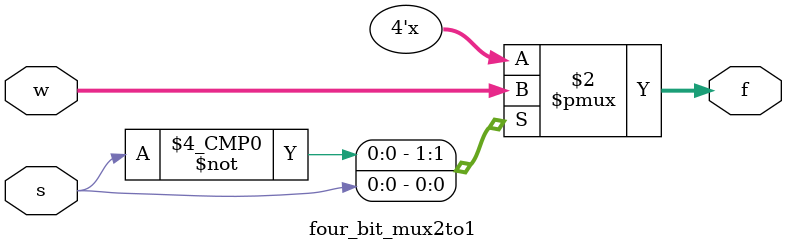
<source format=v>
module four_bit_mux2to1 (w, s, f);
    input [0:7] w;
    input s;
    output reg [3:0] f;

    always @(*)
    begin
        case (s)
            1'b0: f = w[0:3];
            1'b1: f = w[4:7];
            default: f = 4'b0000;
        endcase
    end
endmodule
</source>
